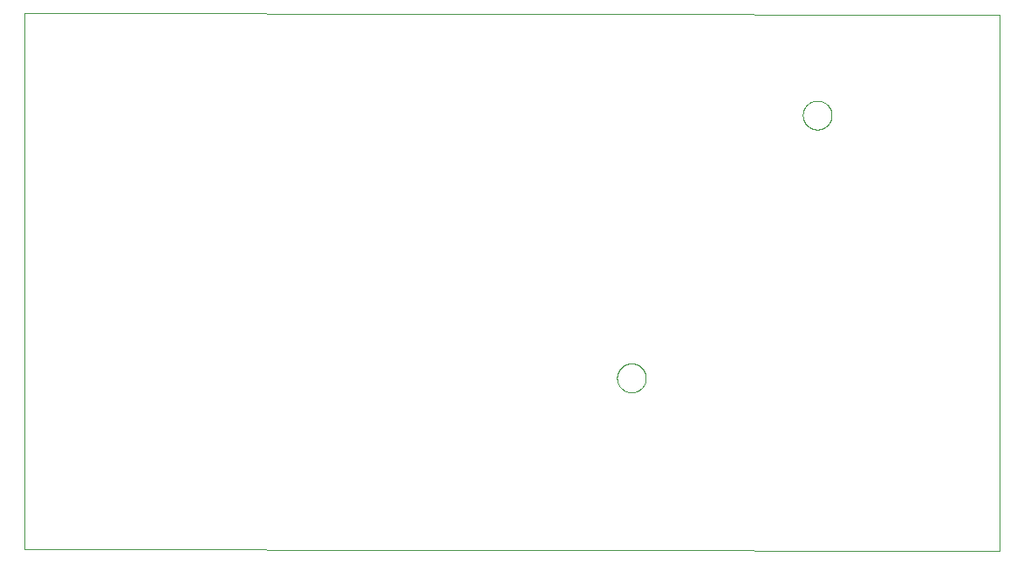
<source format=gko>
G75*
%MOIN*%
%OFA0B0*%
%FSLAX25Y25*%
%IPPOS*%
%LPD*%
%AMOC8*
5,1,8,0,0,1.08239X$1,22.5*
%
%ADD10C,0.00000*%
D10*
X0014000Y0001800D02*
X0014000Y0206761D01*
X0386701Y0206261D01*
X0386701Y0001300D01*
X0014000Y0001800D01*
X0240488Y0067300D02*
X0240490Y0067448D01*
X0240496Y0067596D01*
X0240506Y0067744D01*
X0240520Y0067891D01*
X0240538Y0068038D01*
X0240559Y0068184D01*
X0240585Y0068330D01*
X0240615Y0068475D01*
X0240648Y0068619D01*
X0240686Y0068762D01*
X0240727Y0068904D01*
X0240772Y0069045D01*
X0240820Y0069185D01*
X0240873Y0069324D01*
X0240929Y0069461D01*
X0240989Y0069596D01*
X0241052Y0069730D01*
X0241119Y0069862D01*
X0241190Y0069992D01*
X0241264Y0070120D01*
X0241341Y0070246D01*
X0241422Y0070370D01*
X0241506Y0070492D01*
X0241593Y0070611D01*
X0241684Y0070728D01*
X0241778Y0070843D01*
X0241874Y0070955D01*
X0241974Y0071065D01*
X0242076Y0071171D01*
X0242182Y0071275D01*
X0242290Y0071376D01*
X0242401Y0071474D01*
X0242514Y0071570D01*
X0242630Y0071662D01*
X0242748Y0071751D01*
X0242869Y0071836D01*
X0242992Y0071919D01*
X0243117Y0071998D01*
X0243244Y0072074D01*
X0243373Y0072146D01*
X0243504Y0072215D01*
X0243637Y0072280D01*
X0243772Y0072341D01*
X0243908Y0072399D01*
X0244045Y0072454D01*
X0244184Y0072504D01*
X0244325Y0072551D01*
X0244466Y0072594D01*
X0244609Y0072634D01*
X0244753Y0072669D01*
X0244897Y0072701D01*
X0245043Y0072728D01*
X0245189Y0072752D01*
X0245336Y0072772D01*
X0245483Y0072788D01*
X0245630Y0072800D01*
X0245778Y0072808D01*
X0245926Y0072812D01*
X0246074Y0072812D01*
X0246222Y0072808D01*
X0246370Y0072800D01*
X0246517Y0072788D01*
X0246664Y0072772D01*
X0246811Y0072752D01*
X0246957Y0072728D01*
X0247103Y0072701D01*
X0247247Y0072669D01*
X0247391Y0072634D01*
X0247534Y0072594D01*
X0247675Y0072551D01*
X0247816Y0072504D01*
X0247955Y0072454D01*
X0248092Y0072399D01*
X0248228Y0072341D01*
X0248363Y0072280D01*
X0248496Y0072215D01*
X0248627Y0072146D01*
X0248756Y0072074D01*
X0248883Y0071998D01*
X0249008Y0071919D01*
X0249131Y0071836D01*
X0249252Y0071751D01*
X0249370Y0071662D01*
X0249486Y0071570D01*
X0249599Y0071474D01*
X0249710Y0071376D01*
X0249818Y0071275D01*
X0249924Y0071171D01*
X0250026Y0071065D01*
X0250126Y0070955D01*
X0250222Y0070843D01*
X0250316Y0070728D01*
X0250407Y0070611D01*
X0250494Y0070492D01*
X0250578Y0070370D01*
X0250659Y0070246D01*
X0250736Y0070120D01*
X0250810Y0069992D01*
X0250881Y0069862D01*
X0250948Y0069730D01*
X0251011Y0069596D01*
X0251071Y0069461D01*
X0251127Y0069324D01*
X0251180Y0069185D01*
X0251228Y0069045D01*
X0251273Y0068904D01*
X0251314Y0068762D01*
X0251352Y0068619D01*
X0251385Y0068475D01*
X0251415Y0068330D01*
X0251441Y0068184D01*
X0251462Y0068038D01*
X0251480Y0067891D01*
X0251494Y0067744D01*
X0251504Y0067596D01*
X0251510Y0067448D01*
X0251512Y0067300D01*
X0251510Y0067152D01*
X0251504Y0067004D01*
X0251494Y0066856D01*
X0251480Y0066709D01*
X0251462Y0066562D01*
X0251441Y0066416D01*
X0251415Y0066270D01*
X0251385Y0066125D01*
X0251352Y0065981D01*
X0251314Y0065838D01*
X0251273Y0065696D01*
X0251228Y0065555D01*
X0251180Y0065415D01*
X0251127Y0065276D01*
X0251071Y0065139D01*
X0251011Y0065004D01*
X0250948Y0064870D01*
X0250881Y0064738D01*
X0250810Y0064608D01*
X0250736Y0064480D01*
X0250659Y0064354D01*
X0250578Y0064230D01*
X0250494Y0064108D01*
X0250407Y0063989D01*
X0250316Y0063872D01*
X0250222Y0063757D01*
X0250126Y0063645D01*
X0250026Y0063535D01*
X0249924Y0063429D01*
X0249818Y0063325D01*
X0249710Y0063224D01*
X0249599Y0063126D01*
X0249486Y0063030D01*
X0249370Y0062938D01*
X0249252Y0062849D01*
X0249131Y0062764D01*
X0249008Y0062681D01*
X0248883Y0062602D01*
X0248756Y0062526D01*
X0248627Y0062454D01*
X0248496Y0062385D01*
X0248363Y0062320D01*
X0248228Y0062259D01*
X0248092Y0062201D01*
X0247955Y0062146D01*
X0247816Y0062096D01*
X0247675Y0062049D01*
X0247534Y0062006D01*
X0247391Y0061966D01*
X0247247Y0061931D01*
X0247103Y0061899D01*
X0246957Y0061872D01*
X0246811Y0061848D01*
X0246664Y0061828D01*
X0246517Y0061812D01*
X0246370Y0061800D01*
X0246222Y0061792D01*
X0246074Y0061788D01*
X0245926Y0061788D01*
X0245778Y0061792D01*
X0245630Y0061800D01*
X0245483Y0061812D01*
X0245336Y0061828D01*
X0245189Y0061848D01*
X0245043Y0061872D01*
X0244897Y0061899D01*
X0244753Y0061931D01*
X0244609Y0061966D01*
X0244466Y0062006D01*
X0244325Y0062049D01*
X0244184Y0062096D01*
X0244045Y0062146D01*
X0243908Y0062201D01*
X0243772Y0062259D01*
X0243637Y0062320D01*
X0243504Y0062385D01*
X0243373Y0062454D01*
X0243244Y0062526D01*
X0243117Y0062602D01*
X0242992Y0062681D01*
X0242869Y0062764D01*
X0242748Y0062849D01*
X0242630Y0062938D01*
X0242514Y0063030D01*
X0242401Y0063126D01*
X0242290Y0063224D01*
X0242182Y0063325D01*
X0242076Y0063429D01*
X0241974Y0063535D01*
X0241874Y0063645D01*
X0241778Y0063757D01*
X0241684Y0063872D01*
X0241593Y0063989D01*
X0241506Y0064108D01*
X0241422Y0064230D01*
X0241341Y0064354D01*
X0241264Y0064480D01*
X0241190Y0064608D01*
X0241119Y0064738D01*
X0241052Y0064870D01*
X0240989Y0065004D01*
X0240929Y0065139D01*
X0240873Y0065276D01*
X0240820Y0065415D01*
X0240772Y0065555D01*
X0240727Y0065696D01*
X0240686Y0065838D01*
X0240648Y0065981D01*
X0240615Y0066125D01*
X0240585Y0066270D01*
X0240559Y0066416D01*
X0240538Y0066562D01*
X0240520Y0066709D01*
X0240506Y0066856D01*
X0240496Y0067004D01*
X0240490Y0067152D01*
X0240488Y0067300D01*
X0311488Y0167800D02*
X0311490Y0167948D01*
X0311496Y0168096D01*
X0311506Y0168244D01*
X0311520Y0168391D01*
X0311538Y0168538D01*
X0311559Y0168684D01*
X0311585Y0168830D01*
X0311615Y0168975D01*
X0311648Y0169119D01*
X0311686Y0169262D01*
X0311727Y0169404D01*
X0311772Y0169545D01*
X0311820Y0169685D01*
X0311873Y0169824D01*
X0311929Y0169961D01*
X0311989Y0170096D01*
X0312052Y0170230D01*
X0312119Y0170362D01*
X0312190Y0170492D01*
X0312264Y0170620D01*
X0312341Y0170746D01*
X0312422Y0170870D01*
X0312506Y0170992D01*
X0312593Y0171111D01*
X0312684Y0171228D01*
X0312778Y0171343D01*
X0312874Y0171455D01*
X0312974Y0171565D01*
X0313076Y0171671D01*
X0313182Y0171775D01*
X0313290Y0171876D01*
X0313401Y0171974D01*
X0313514Y0172070D01*
X0313630Y0172162D01*
X0313748Y0172251D01*
X0313869Y0172336D01*
X0313992Y0172419D01*
X0314117Y0172498D01*
X0314244Y0172574D01*
X0314373Y0172646D01*
X0314504Y0172715D01*
X0314637Y0172780D01*
X0314772Y0172841D01*
X0314908Y0172899D01*
X0315045Y0172954D01*
X0315184Y0173004D01*
X0315325Y0173051D01*
X0315466Y0173094D01*
X0315609Y0173134D01*
X0315753Y0173169D01*
X0315897Y0173201D01*
X0316043Y0173228D01*
X0316189Y0173252D01*
X0316336Y0173272D01*
X0316483Y0173288D01*
X0316630Y0173300D01*
X0316778Y0173308D01*
X0316926Y0173312D01*
X0317074Y0173312D01*
X0317222Y0173308D01*
X0317370Y0173300D01*
X0317517Y0173288D01*
X0317664Y0173272D01*
X0317811Y0173252D01*
X0317957Y0173228D01*
X0318103Y0173201D01*
X0318247Y0173169D01*
X0318391Y0173134D01*
X0318534Y0173094D01*
X0318675Y0173051D01*
X0318816Y0173004D01*
X0318955Y0172954D01*
X0319092Y0172899D01*
X0319228Y0172841D01*
X0319363Y0172780D01*
X0319496Y0172715D01*
X0319627Y0172646D01*
X0319756Y0172574D01*
X0319883Y0172498D01*
X0320008Y0172419D01*
X0320131Y0172336D01*
X0320252Y0172251D01*
X0320370Y0172162D01*
X0320486Y0172070D01*
X0320599Y0171974D01*
X0320710Y0171876D01*
X0320818Y0171775D01*
X0320924Y0171671D01*
X0321026Y0171565D01*
X0321126Y0171455D01*
X0321222Y0171343D01*
X0321316Y0171228D01*
X0321407Y0171111D01*
X0321494Y0170992D01*
X0321578Y0170870D01*
X0321659Y0170746D01*
X0321736Y0170620D01*
X0321810Y0170492D01*
X0321881Y0170362D01*
X0321948Y0170230D01*
X0322011Y0170096D01*
X0322071Y0169961D01*
X0322127Y0169824D01*
X0322180Y0169685D01*
X0322228Y0169545D01*
X0322273Y0169404D01*
X0322314Y0169262D01*
X0322352Y0169119D01*
X0322385Y0168975D01*
X0322415Y0168830D01*
X0322441Y0168684D01*
X0322462Y0168538D01*
X0322480Y0168391D01*
X0322494Y0168244D01*
X0322504Y0168096D01*
X0322510Y0167948D01*
X0322512Y0167800D01*
X0322510Y0167652D01*
X0322504Y0167504D01*
X0322494Y0167356D01*
X0322480Y0167209D01*
X0322462Y0167062D01*
X0322441Y0166916D01*
X0322415Y0166770D01*
X0322385Y0166625D01*
X0322352Y0166481D01*
X0322314Y0166338D01*
X0322273Y0166196D01*
X0322228Y0166055D01*
X0322180Y0165915D01*
X0322127Y0165776D01*
X0322071Y0165639D01*
X0322011Y0165504D01*
X0321948Y0165370D01*
X0321881Y0165238D01*
X0321810Y0165108D01*
X0321736Y0164980D01*
X0321659Y0164854D01*
X0321578Y0164730D01*
X0321494Y0164608D01*
X0321407Y0164489D01*
X0321316Y0164372D01*
X0321222Y0164257D01*
X0321126Y0164145D01*
X0321026Y0164035D01*
X0320924Y0163929D01*
X0320818Y0163825D01*
X0320710Y0163724D01*
X0320599Y0163626D01*
X0320486Y0163530D01*
X0320370Y0163438D01*
X0320252Y0163349D01*
X0320131Y0163264D01*
X0320008Y0163181D01*
X0319883Y0163102D01*
X0319756Y0163026D01*
X0319627Y0162954D01*
X0319496Y0162885D01*
X0319363Y0162820D01*
X0319228Y0162759D01*
X0319092Y0162701D01*
X0318955Y0162646D01*
X0318816Y0162596D01*
X0318675Y0162549D01*
X0318534Y0162506D01*
X0318391Y0162466D01*
X0318247Y0162431D01*
X0318103Y0162399D01*
X0317957Y0162372D01*
X0317811Y0162348D01*
X0317664Y0162328D01*
X0317517Y0162312D01*
X0317370Y0162300D01*
X0317222Y0162292D01*
X0317074Y0162288D01*
X0316926Y0162288D01*
X0316778Y0162292D01*
X0316630Y0162300D01*
X0316483Y0162312D01*
X0316336Y0162328D01*
X0316189Y0162348D01*
X0316043Y0162372D01*
X0315897Y0162399D01*
X0315753Y0162431D01*
X0315609Y0162466D01*
X0315466Y0162506D01*
X0315325Y0162549D01*
X0315184Y0162596D01*
X0315045Y0162646D01*
X0314908Y0162701D01*
X0314772Y0162759D01*
X0314637Y0162820D01*
X0314504Y0162885D01*
X0314373Y0162954D01*
X0314244Y0163026D01*
X0314117Y0163102D01*
X0313992Y0163181D01*
X0313869Y0163264D01*
X0313748Y0163349D01*
X0313630Y0163438D01*
X0313514Y0163530D01*
X0313401Y0163626D01*
X0313290Y0163724D01*
X0313182Y0163825D01*
X0313076Y0163929D01*
X0312974Y0164035D01*
X0312874Y0164145D01*
X0312778Y0164257D01*
X0312684Y0164372D01*
X0312593Y0164489D01*
X0312506Y0164608D01*
X0312422Y0164730D01*
X0312341Y0164854D01*
X0312264Y0164980D01*
X0312190Y0165108D01*
X0312119Y0165238D01*
X0312052Y0165370D01*
X0311989Y0165504D01*
X0311929Y0165639D01*
X0311873Y0165776D01*
X0311820Y0165915D01*
X0311772Y0166055D01*
X0311727Y0166196D01*
X0311686Y0166338D01*
X0311648Y0166481D01*
X0311615Y0166625D01*
X0311585Y0166770D01*
X0311559Y0166916D01*
X0311538Y0167062D01*
X0311520Y0167209D01*
X0311506Y0167356D01*
X0311496Y0167504D01*
X0311490Y0167652D01*
X0311488Y0167800D01*
M02*

</source>
